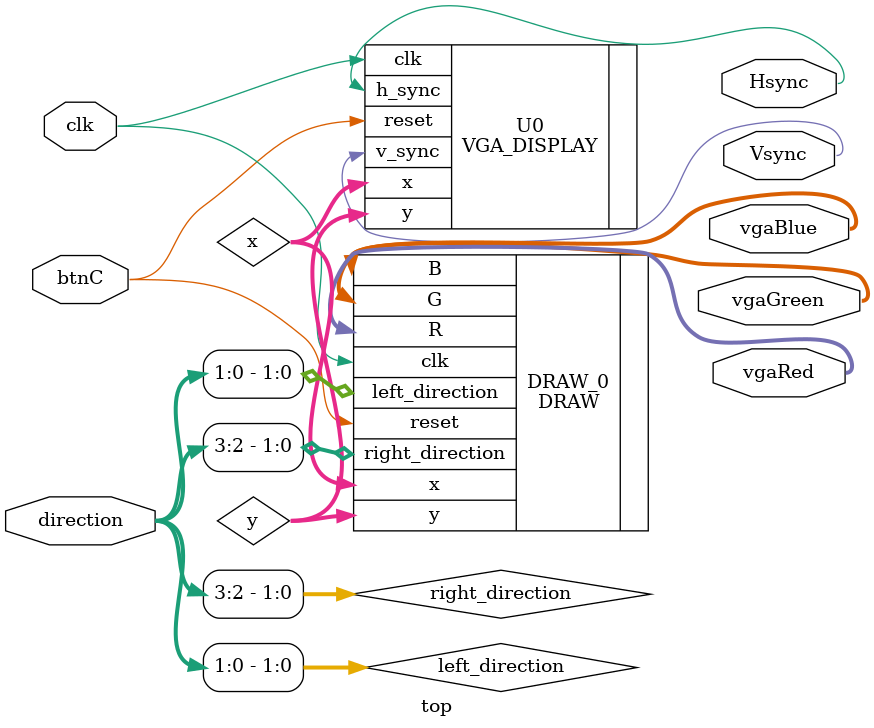
<source format=v>
`timescale 1ns / 1ps
/**
 * Top module connecting the VGA controller and DRAW module
 */
module top(
    input btnC,
    input clk, 
    input [3:0] direction,
    output Vsync, Hsync,
    output [3:0] vgaRed, vgaGreen, vgaBlue
    );
    
    wire [1:0] left_direction, right_direction;
    assign right_direction = direction[3:2];
    assign left_direction = direction[1:0];
    
    wire [9:0] x;
    wire [8:0] y;
    
    // VGA display controller
    VGA_DISPLAY U0(
        .clk(clk),
        .reset(btnC),
        .v_sync(Vsync), 
        .h_sync(Hsync),
        .x(x),
        .y(y)
    );
    
    // Draw module for game graphics
    DRAW #(
        .X_BIT_SIZE(10),  // Match the actual size from VGA controller
        .Y_BIT_SIZE(9)    // Match the actual size from VGA controller
    ) DRAW_0 (
        .left_direction(left_direction),
        .right_direction(right_direction),
        .clk(clk),
        .reset(btnC),
        .x(x),
        .y(y),
        .R(vgaRed),
        .G(vgaGreen),
        .B(vgaBlue)
    );
    
endmodule
</source>
